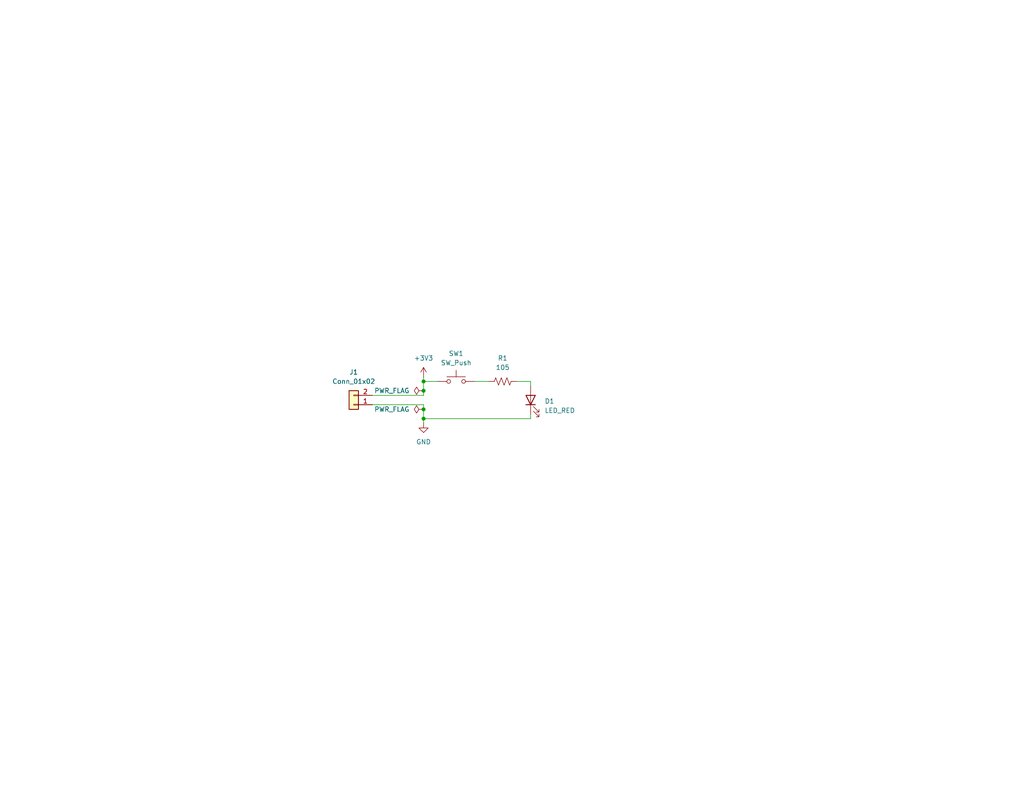
<source format=kicad_sch>
(kicad_sch (version 20231120) (generator "eeschema") (generator_version "8.0")
  (paper "USLetter")
  (title_block (title "LED Project") (date "2025-07-14") (rev "1.0") (company "Illini Solar Car") (comment 1 "Designed By: Jesse Kim"))
  (lib_symbols
    (symbol "Connector_Generic:Conn_01x02" (pin_names (offset 1.016) hide)
      (property "Reference" "J" (at 0 2.54 0))
      (property "Value" "Conn_01x02" (at 0 -5.08 0))
      (symbol "Conn_01x02_1_1"
        (rectangle (start -1.27 -2.413) (end 0 -2.667) (stroke (width 0.1524)))
        (rectangle (start -1.27 0.127) (end 0 -0.127) (stroke (width 0.1524)))
        (rectangle (start -1.27 1.27) (end 1.27 -3.81) (stroke (width 0.254)) (fill (type background)))
        (pin passive line (at -5.08 0 0) (length 3.81) (name "Pin_1") (number "1"))
        (pin passive line (at -5.08 -2.54 0) (length 3.81) (name "Pin_2") (number "2"))
      )
    )
    (symbol "Device:R_US" (pin_numbers hide) (pin_names (offset 0))
      (property "Reference" "R" (at 2.54 0 90))
      (property "Value" "R_US" (at -2.54 0 90))
      (symbol "R_US_0_1"
        (polyline (pts (xy 0 -2.286) (xy 0 -2.54)))
        (polyline (pts (xy 0 2.286) (xy 0 2.54)))
        (polyline (pts (xy 0 -0.762) (xy 1.016 -1.143) (xy 0 -1.524) (xy -1.016 -1.905) (xy 0 -2.286)))
        (polyline (pts (xy 0 0.762) (xy 1.016 0.381) (xy 0 0) (xy -1.016 -0.381) (xy 0 -0.762)))
        (polyline (pts (xy 0 2.286) (xy 1.016 1.905) (xy 0 1.524) (xy -1.016 1.143) (xy 0 0.762)))
      )
      (symbol "R_US_1_1"
        (pin passive line (at 0 3.81 270) (length 1.27) (name "~") (number "1"))
        (pin passive line (at 0 -3.81 90) (length 1.27) (name "~") (number "2"))
      )
    )
    (symbol "Switch:SW_Push" (pin_numbers hide) (pin_names (offset 1.016) hide)
      (property "Reference" "SW" (at 1.27 2.54 0))
      (property "Value" "SW_Push" (at 0 -1.524 0))
      (symbol "SW_Push_0_1"
        (circle (center -2.032 0) (radius 0.508))
        (polyline (pts (xy 0 1.27) (xy 0 3.048)))
        (polyline (pts (xy 2.54 1.27) (xy -2.54 1.27)))
        (circle (center 2.032 0) (radius 0.508))
        (pin passive line (at -5.08 0 0) (length 2.54) (name "1") (number "1"))
        (pin passive line (at 5.08 0 180) (length 2.54) (name "2") (number "2"))
      )
    )
    (symbol "device:LED" (pin_numbers hide) (pin_names (offset 1.016) hide)
      (property "Reference" "D" (at 0 2.54 0))
      (property "Value" "LED" (at 0 -2.54 0))
      (symbol "LED_0_1"
        (polyline (pts (xy -1.27 -1.27) (xy -1.27 1.27)) (stroke (width 0.254)))
        (polyline (pts (xy -1.27 0) (xy 1.27 0)))
        (polyline (pts (xy 1.27 -1.27) (xy 1.27 1.27) (xy -1.27 0) (xy 1.27 -1.27)) (stroke (width 0.254)))
        (polyline (pts (xy -3.048 -0.762) (xy -4.572 -2.286) (xy -3.81 -2.286) (xy -4.572 -2.286) (xy -4.572 -1.524)))
        (polyline (pts (xy -1.778 -0.762) (xy -3.302 -2.286) (xy -2.54 -2.286) (xy -3.302 -2.286) (xy -3.302 -1.524)))
      )
      (symbol "LED_1_1"
        (pin passive line (at -3.81 0 0) (length 2.54) (name "K") (number "1"))
        (pin passive line (at 3.81 0 180) (length 2.54) (name "A") (number "2"))
      )
    )
    (symbol "power:+3V3" (power) (pin_names (offset 0))
      (property "Value" "+3V3" (at 0 3.556 0))
      (symbol "+3V3_0_1"
        (polyline (pts (xy -0.762 1.27) (xy 0 2.54)))
        (polyline (pts (xy 0 0) (xy 0 2.54)))
        (polyline (pts (xy 0 2.54) (xy 0.762 1.27)))
      )
      (symbol "+3V3_1_1"
        (pin power_in line (at 0 0 90) (length 0) hide (name "+3V3") (number "1"))
      )
    )
    (symbol "power:GND" (power) (pin_names (offset 0))
      (property "Value" "GND" (at 0 -3.81 0))
      (symbol "GND_0_1"
        (polyline (pts (xy 0 0) (xy 0 -1.27) (xy 1.27 -1.27) (xy 0 -2.54) (xy -1.27 -1.27) (xy 0 -1.27)))
      )
      (symbol "GND_1_1"
        (pin power_in line (at 0 0 270) (length 0) hide (name "GND") (number "1"))
      )
    )
    (symbol "power:PWR_FLAG" (power) (pin_numbers hide) (pin_names (offset 0) hide)
      (property "Value" "PWR_FLAG" (at 0 3.81 0))
      (symbol "PWR_FLAG_0_0"
        (pin power_out line (at 0 0 90) (length 0) (name "pwr") (number "1"))
      )
      (symbol "PWR_FLAG_0_1"
        (polyline (pts (xy 0 0) (xy 0 1.27) (xy -1.016 1.905) (xy 0 2.54) (xy 1.016 1.905) (xy 0 1.27)))
      )
    )
  )
  (junction (at 115.57 111.76))
  (junction (at 115.57 106.68))
  (junction (at 115.57 114.3))
  (junction (at 115.57 104.14))
  (wire (pts (xy 115.57 114.3) (xy 144.78 114.3)))
  (wire (pts (xy 115.57 115.57) (xy 115.57 114.3)))
  (wire (pts (xy 115.57 104.14) (xy 115.57 102.87)))
  (wire (pts (xy 115.57 106.68) (xy 115.57 104.14)))
  (wire (pts (xy 115.57 110.49) (xy 115.57 111.76)))
  (wire (pts (xy 101.6 107.95) (xy 115.57 107.95)))
  (wire (pts (xy 115.57 107.95) (xy 115.57 106.68)))
  (wire (pts (xy 144.78 104.14) (xy 144.78 105.41)))
  (wire (pts (xy 144.78 114.3) (xy 144.78 113.03)))
  (wire (pts (xy 140.97 104.14) (xy 144.78 104.14)))
  (wire (pts (xy 115.57 111.76) (xy 115.57 114.3)))
  (wire (pts (xy 119.38 104.14) (xy 115.57 104.14)))
  (wire (pts (xy 129.54 104.14) (xy 133.35 104.14)))
  (wire (pts (xy 101.6 110.49) (xy 115.57 110.49)))
  (symbol (lib_id "Connector_Generic:Conn_01x02") (at 96.52 110.49 180) (unit 1)
    (property "Reference" "J1" (at 96.52 101.6 0))
    (property "Value" "Conn_01x02" (at 96.52 104.14 0))
    (property "Footprint" "Connector_Molex:Molex_KK-254_AE-6410-02A_1x02_P2.54mm_Vertical" (effects (hide yes)))
    (property "Datasheet" "https://www.molex.com/content/dam/molex/molex-dot-com/products/automated/en-us/salesdrawingpdf/641/6410/022272021_sd.pdf?inline" (effects (hide yes)))
    (property "Description" "Generic connector, single row, 01x02, script generated (kicad-library-utils/schlib/autogen/connector/)" (effects (hide yes)))
    (property "MPN" "022272021" (effects (hide yes)))
  )
  (symbol (lib_id "power:+3V3") (at 115.57 102.87 0) (unit 1)
    (property "Reference" "#PWR01" (effects (hide yes)))
    (property "Value" "+3V3" (at 115.57 97.79 0))
    (property "Description" "Power symbol creates a global label with name \"+3V3\"" (effects (hide yes)))
  )
  (symbol (lib_id "Device:R_US") (at 137.16 104.14 90) (unit 1)
    (property "Reference" "R1" (at 137.16 97.79 90))
    (property "Value" "105" (at 137.16 100.33 90))
    (property "Footprint" "Resistor_SMD:R_0603_1608Metric_Pad0.98x0.95mm_HandSolder" (effects (hide yes)))
    (property "Description" "Resistor, US symbol" (effects (hide yes)))
  )
  (symbol (lib_id "power:PWR_FLAG") (at 115.57 111.76 90) (unit 1)
    (property "Reference" "#FLG01" (effects (hide yes)))
    (property "Value" "PWR_FLAG" (at 111.76 111.7599 90) (effects (justify left)))
    (property "Description" "Special symbol for telling ERC where power comes from" (effects (hide yes)))
  )
  (symbol (lib_id "device:LED") (at 144.78 109.22 90) (unit 1)
    (property "Reference" "D1" (at 148.59 109.5374 90) (effects (justify right)))
    (property "Value" "LED_RED" (at 148.59 112.0774 90) (effects (justify right)))
    (property "Footprint" "layout:LED_0603_Symbol_on_F.SilkS" (effects (hide yes)))
    (property "Description" "Light emitting diode" (effects (hide yes)))
  )
  (symbol (lib_id "Switch:SW_Push") (at 124.46 104.14 0) (unit 1)
    (property "Reference" "SW1" (at 124.46 96.52 0))
    (property "Value" "SW_Push" (at 124.46 99.06 0))
    (property "Footprint" "Button_Switch_SMD:SW_DIP_SPSTx01_Slide_6.7x4.1mm_W8.61mm_P2.54mm_LowProfile" (effects (hide yes)))
    (property "Datasheet" "https://www.te.com/commerce/DocumentDelivery/DDEController?Action=srchrtrv&DocNm=1308111-1_SWITCHES_CORE_PROGRAM_CATALOG&DocType=Catalog%20Section&DocLang=English&DocFormat=pdf&PartCntxt=1825910-6" (effects (hide yes)))
    (property "Description" "Push button switch, generic, two pins" (effects (hide yes)))
    (property "MPN" "	 1825910-6" (effects (hide yes)))
  )
  (symbol (lib_id "power:PWR_FLAG") (at 115.57 106.68 90) (unit 1)
    (property "Reference" "#FLG02" (effects (hide yes)))
    (property "Value" "PWR_FLAG" (at 111.76 106.6799 90) (effects (justify left)))
    (property "Description" "Special symbol for telling ERC where power comes from" (effects (hide yes)))
  )
  (symbol (lib_id "power:GND") (at 115.57 115.57 0) (unit 1)
    (property "Reference" "#PWR02" (effects (hide yes)))
    (property "Value" "GND" (at 115.57 120.65 0))
    (property "Description" "Power symbol creates a global label with name \"GND\" , ground" (effects (hide yes)))
  )
)
</source>
